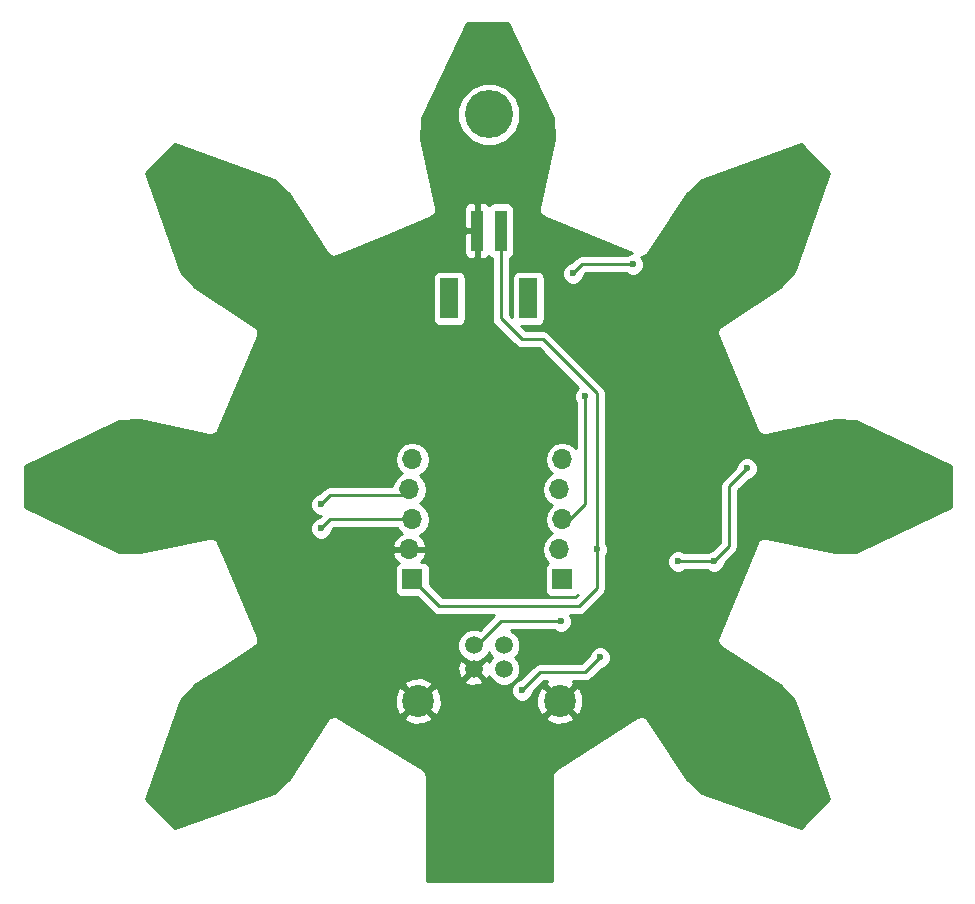
<source format=gbl>
G04 #@! TF.FileFunction,Copper,L2,Bot,Signal*
%FSLAX46Y46*%
G04 Gerber Fmt 4.6, Leading zero omitted, Abs format (unit mm)*
G04 Created by KiCad (PCBNEW 4.0.5) date Sunday, March 19, 2017 'PMt' 07:52:30 PM*
%MOMM*%
%LPD*%
G01*
G04 APERTURE LIST*
%ADD10C,0.100000*%
%ADD11R,1.700000X1.700000*%
%ADD12O,1.700000X1.700000*%
%ADD13R,1.000000X3.500000*%
%ADD14R,1.500000X3.400000*%
%ADD15C,1.520000*%
%ADD16C,2.700000*%
%ADD17C,4.064000*%
%ADD18C,0.600000*%
%ADD19C,0.250000*%
%ADD20C,0.254000*%
G04 APERTURE END LIST*
D10*
D11*
X125857000Y-128016000D03*
D12*
X125603000Y-125476000D03*
X125857000Y-122936000D03*
X125603000Y-120396000D03*
X125857000Y-117856000D03*
D11*
X138557000Y-128016000D03*
D12*
X138303000Y-125476000D03*
X138557000Y-122936000D03*
X138303000Y-120396000D03*
X138557000Y-117856000D03*
D13*
X133334000Y-98471000D03*
X131334000Y-98471000D03*
D14*
X135684000Y-104221000D03*
X128984000Y-104221000D03*
D15*
X133604000Y-133604000D03*
X131064000Y-133604000D03*
X131064000Y-135604000D03*
X133604000Y-135604000D03*
D16*
X138334000Y-138304000D03*
X126334000Y-138304000D03*
D17*
X132334000Y-88646000D03*
D18*
X151130000Y-123698000D03*
X137668000Y-100838000D03*
X132588000Y-109728000D03*
X122174000Y-103124000D03*
X113792000Y-115824000D03*
X116332000Y-130302000D03*
X127254000Y-143764000D03*
X136144000Y-142240000D03*
X143256000Y-136144000D03*
X148082000Y-109474000D03*
X144272000Y-115824000D03*
X154178000Y-118618000D03*
X151384000Y-126492000D03*
X148336000Y-126492000D03*
X144526000Y-101346000D03*
X139446000Y-102108000D03*
X138430000Y-131572000D03*
X141478000Y-125476000D03*
X140462000Y-112522000D03*
X118110000Y-123698000D03*
X118110000Y-121666000D03*
X135128000Y-137414000D03*
X141732000Y-134620000D03*
D19*
X152654000Y-125222000D02*
X151384000Y-126492000D01*
X152654000Y-120142000D02*
X152654000Y-125222000D01*
X154178000Y-118618000D02*
X152654000Y-120142000D01*
X151384000Y-126492000D02*
X148336000Y-126492000D01*
X144526000Y-101346000D02*
X140208000Y-101346000D01*
X140208000Y-101346000D02*
X139446000Y-102108000D01*
X133350000Y-131572000D02*
X138430000Y-131572000D01*
X133350000Y-131572000D02*
X131318000Y-133604000D01*
X131064000Y-133604000D02*
X131318000Y-133604000D01*
X141478000Y-125476000D02*
X141478000Y-128778000D01*
X128143000Y-130302000D02*
X125857000Y-128016000D01*
X139954000Y-130302000D02*
X128143000Y-130302000D01*
X141478000Y-128778000D02*
X139954000Y-130302000D01*
X133334000Y-98471000D02*
X133334000Y-105902000D01*
X141478000Y-112268000D02*
X141478000Y-125476000D01*
X136906000Y-107696000D02*
X141478000Y-112268000D01*
X135128000Y-107696000D02*
X136906000Y-107696000D01*
X133334000Y-105902000D02*
X135128000Y-107696000D01*
X138557000Y-122936000D02*
X139192000Y-122936000D01*
X139192000Y-122936000D02*
X140462000Y-121666000D01*
X140462000Y-121666000D02*
X140462000Y-112522000D01*
X118872000Y-122936000D02*
X125857000Y-122936000D01*
X118110000Y-123698000D02*
X118872000Y-122936000D01*
X118872000Y-120904000D02*
X125095000Y-120904000D01*
X118110000Y-121666000D02*
X118872000Y-120904000D01*
X125095000Y-120904000D02*
X125603000Y-120396000D01*
X136652000Y-135890000D02*
X135128000Y-137414000D01*
X140462000Y-135890000D02*
X136652000Y-135890000D01*
X141732000Y-134620000D02*
X140462000Y-135890000D01*
D20*
G36*
X137782306Y-88949472D02*
X137837476Y-90702919D01*
X136584057Y-96547616D01*
X136582976Y-96620133D01*
X136568830Y-96691251D01*
X136581004Y-96752455D01*
X136580074Y-96814860D01*
X136606825Y-96882267D01*
X136620972Y-96953389D01*
X136655643Y-97005278D01*
X136678664Y-97063286D01*
X136729173Y-97115323D01*
X136769461Y-97175619D01*
X136821351Y-97210291D01*
X136864817Y-97255072D01*
X136931395Y-97283820D01*
X136991691Y-97324108D01*
X144443932Y-100410928D01*
X144340833Y-100410838D01*
X143997057Y-100552883D01*
X143963882Y-100586000D01*
X140208000Y-100586000D01*
X139917161Y-100643852D01*
X139670599Y-100808599D01*
X139306320Y-101172878D01*
X139260833Y-101172838D01*
X138917057Y-101314883D01*
X138653808Y-101577673D01*
X138511162Y-101921201D01*
X138510838Y-102293167D01*
X138652883Y-102636943D01*
X138915673Y-102900192D01*
X139259201Y-103042838D01*
X139631167Y-103043162D01*
X139974943Y-102901117D01*
X140238192Y-102638327D01*
X140380838Y-102294799D01*
X140380879Y-102247923D01*
X140522802Y-102106000D01*
X143963537Y-102106000D01*
X143995673Y-102138192D01*
X144339201Y-102280838D01*
X144711167Y-102281162D01*
X145054943Y-102139117D01*
X145318192Y-101876327D01*
X145460838Y-101532799D01*
X145461162Y-101160833D01*
X145319117Y-100817057D01*
X145176225Y-100673915D01*
X145183034Y-100673814D01*
X145244244Y-100685989D01*
X145315370Y-100671841D01*
X145387879Y-100670760D01*
X145445173Y-100646021D01*
X145506382Y-100633846D01*
X145566679Y-100593557D01*
X145633256Y-100564810D01*
X145676722Y-100520029D01*
X145728612Y-100485357D01*
X145768901Y-100425060D01*
X145819409Y-100373024D01*
X149065936Y-95353897D01*
X150344819Y-94153036D01*
X158723093Y-91184133D01*
X161167489Y-93628529D01*
X158198585Y-102006801D01*
X156997723Y-103285685D01*
X151978596Y-106532212D01*
X151926559Y-106582721D01*
X151866263Y-106623009D01*
X151831591Y-106674899D01*
X151786810Y-106718365D01*
X151758063Y-106784942D01*
X151717774Y-106845239D01*
X151705599Y-106906447D01*
X151680860Y-106963742D01*
X151679779Y-107036255D01*
X151665632Y-107107377D01*
X151677806Y-107168582D01*
X151676876Y-107230986D01*
X151703627Y-107298393D01*
X151717774Y-107369515D01*
X155027512Y-115359930D01*
X155067803Y-115420229D01*
X155096549Y-115486804D01*
X155141330Y-115530269D01*
X155176002Y-115582160D01*
X155236298Y-115622448D01*
X155288335Y-115672957D01*
X155346343Y-115695978D01*
X155398232Y-115730649D01*
X155469354Y-115744796D01*
X155536761Y-115771547D01*
X155599166Y-115770617D01*
X155660370Y-115782791D01*
X155731488Y-115768645D01*
X155804005Y-115767564D01*
X161648702Y-114514145D01*
X163402150Y-114569314D01*
X171425814Y-118394317D01*
X171425814Y-121851213D01*
X163402150Y-125676216D01*
X161648702Y-125731386D01*
X155804005Y-124477967D01*
X155731488Y-124476886D01*
X155660370Y-124462740D01*
X155599166Y-124474914D01*
X155536761Y-124473984D01*
X155469354Y-124500735D01*
X155398232Y-124514882D01*
X155346343Y-124549553D01*
X155288335Y-124572574D01*
X155236298Y-124623083D01*
X155176002Y-124663371D01*
X155141330Y-124715262D01*
X155096549Y-124758727D01*
X155067803Y-124825302D01*
X155027512Y-124885601D01*
X151717774Y-132876016D01*
X151703627Y-132947138D01*
X151676876Y-133014545D01*
X151677806Y-133076949D01*
X151665632Y-133138154D01*
X151679779Y-133209276D01*
X151680860Y-133281789D01*
X151705599Y-133339084D01*
X151717774Y-133400292D01*
X151758063Y-133460589D01*
X151786810Y-133527166D01*
X151831591Y-133570632D01*
X151866263Y-133622522D01*
X151926559Y-133662810D01*
X151978596Y-133713319D01*
X156997723Y-136959847D01*
X158198585Y-138238729D01*
X161167488Y-146617003D01*
X158723093Y-149061398D01*
X150344819Y-146092495D01*
X149065933Y-144891630D01*
X145819258Y-139872495D01*
X145727297Y-139777755D01*
X145635779Y-139682570D01*
X145634257Y-139681904D01*
X145633100Y-139680712D01*
X145511828Y-139628351D01*
X145390907Y-139575458D01*
X145389247Y-139575425D01*
X145387722Y-139574767D01*
X145255630Y-139572801D01*
X145123685Y-139570209D01*
X145122140Y-139570814D01*
X145120478Y-139570789D01*
X144997728Y-139619506D01*
X144874795Y-139667619D01*
X138005795Y-144064671D01*
X137952362Y-144116045D01*
X137890732Y-144157225D01*
X137856954Y-144207778D01*
X137813129Y-144249914D01*
X137783424Y-144317822D01*
X137742243Y-144379455D01*
X137730382Y-144439085D01*
X137706017Y-144494786D01*
X137704561Y-144568893D01*
X137690100Y-144641593D01*
X137690100Y-153543000D01*
X127060100Y-153543000D01*
X127060100Y-144641593D01*
X127044398Y-144562655D01*
X127041305Y-144482235D01*
X127018571Y-144432812D01*
X127007957Y-144379455D01*
X126963244Y-144312537D01*
X126929610Y-144239420D01*
X126889692Y-144202458D01*
X126859468Y-144157225D01*
X126792553Y-144112514D01*
X126733496Y-144057831D01*
X119651006Y-139709593D01*
X125108012Y-139709593D01*
X125249478Y-140012782D01*
X125985955Y-140297737D01*
X126775418Y-140279164D01*
X127418522Y-140012782D01*
X127559988Y-139709593D01*
X137108012Y-139709593D01*
X137249478Y-140012782D01*
X137985955Y-140297737D01*
X138775418Y-140279164D01*
X139418522Y-140012782D01*
X139559988Y-139709593D01*
X138334000Y-138483605D01*
X137108012Y-139709593D01*
X127559988Y-139709593D01*
X126334000Y-138483605D01*
X125108012Y-139709593D01*
X119651006Y-139709593D01*
X119571496Y-139660779D01*
X119453552Y-139617157D01*
X119336675Y-139570780D01*
X119328492Y-139570902D01*
X119320818Y-139568064D01*
X119195156Y-139572897D01*
X119069431Y-139574777D01*
X119061920Y-139578020D01*
X119053742Y-139578335D01*
X118939497Y-139630888D01*
X118824060Y-139680739D01*
X118818361Y-139686612D01*
X118810927Y-139690031D01*
X118725490Y-139782301D01*
X118637916Y-139872535D01*
X115391761Y-144891646D01*
X114112891Y-146092495D01*
X105734618Y-149061398D01*
X103290223Y-146617003D01*
X106259126Y-138238729D01*
X106524648Y-137955955D01*
X124340263Y-137955955D01*
X124358836Y-138745418D01*
X124625218Y-139388522D01*
X124928407Y-139529988D01*
X126154395Y-138304000D01*
X126513605Y-138304000D01*
X127739593Y-139529988D01*
X128042782Y-139388522D01*
X128327737Y-138652045D01*
X128309164Y-137862582D01*
X128200055Y-137599167D01*
X134192838Y-137599167D01*
X134334883Y-137942943D01*
X134597673Y-138206192D01*
X134941201Y-138348838D01*
X135313167Y-138349162D01*
X135656943Y-138207117D01*
X135908543Y-137955955D01*
X136340263Y-137955955D01*
X136358836Y-138745418D01*
X136625218Y-139388522D01*
X136928407Y-139529988D01*
X138154395Y-138304000D01*
X138513605Y-138304000D01*
X139739593Y-139529988D01*
X140042782Y-139388522D01*
X140327737Y-138652045D01*
X140309164Y-137862582D01*
X140042782Y-137219478D01*
X139739593Y-137078012D01*
X138513605Y-138304000D01*
X138154395Y-138304000D01*
X136928407Y-137078012D01*
X136625218Y-137219478D01*
X136340263Y-137955955D01*
X135908543Y-137955955D01*
X135920192Y-137944327D01*
X136062838Y-137600799D01*
X136062879Y-137553923D01*
X136966802Y-136650000D01*
X137223917Y-136650000D01*
X137108012Y-136898407D01*
X138334000Y-138124395D01*
X139559988Y-136898407D01*
X139444083Y-136650000D01*
X140462000Y-136650000D01*
X140752839Y-136592148D01*
X140999401Y-136427401D01*
X141871680Y-135555122D01*
X141917167Y-135555162D01*
X142260943Y-135413117D01*
X142524192Y-135150327D01*
X142666838Y-134806799D01*
X142667162Y-134434833D01*
X142525117Y-134091057D01*
X142262327Y-133827808D01*
X141918799Y-133685162D01*
X141546833Y-133684838D01*
X141203057Y-133826883D01*
X140939808Y-134089673D01*
X140797162Y-134433201D01*
X140797121Y-134480077D01*
X140147198Y-135130000D01*
X136652000Y-135130000D01*
X136409414Y-135178254D01*
X136361160Y-135187852D01*
X136114599Y-135352599D01*
X134988320Y-136478878D01*
X134942833Y-136478838D01*
X134599057Y-136620883D01*
X134335808Y-136883673D01*
X134193162Y-137227201D01*
X134192838Y-137599167D01*
X128200055Y-137599167D01*
X128042782Y-137219478D01*
X127739593Y-137078012D01*
X126513605Y-138304000D01*
X126154395Y-138304000D01*
X124928407Y-137078012D01*
X124625218Y-137219478D01*
X124340263Y-137955955D01*
X106524648Y-137955955D01*
X107459987Y-136959846D01*
X107554971Y-136898407D01*
X125108012Y-136898407D01*
X126334000Y-138124395D01*
X127559988Y-136898407D01*
X127418522Y-136595218D01*
X127386335Y-136582764D01*
X130264841Y-136582764D01*
X130334059Y-136824742D01*
X130856780Y-137011155D01*
X131411049Y-136983341D01*
X131793941Y-136824742D01*
X131863159Y-136582764D01*
X131064000Y-135783605D01*
X130264841Y-136582764D01*
X127386335Y-136582764D01*
X126682045Y-136310263D01*
X125892582Y-136328836D01*
X125249478Y-136595218D01*
X125108012Y-136898407D01*
X107554971Y-136898407D01*
X109876485Y-135396780D01*
X129656845Y-135396780D01*
X129684659Y-135951049D01*
X129843258Y-136333941D01*
X130085236Y-136403159D01*
X130884395Y-135604000D01*
X130085236Y-134804841D01*
X129843258Y-134874059D01*
X129656845Y-135396780D01*
X109876485Y-135396780D01*
X112479115Y-133713319D01*
X112531152Y-133662810D01*
X112591448Y-133622522D01*
X112626120Y-133570632D01*
X112670901Y-133527166D01*
X112699648Y-133460589D01*
X112739937Y-133400292D01*
X112752112Y-133339084D01*
X112776851Y-133281789D01*
X112777932Y-133209276D01*
X112792079Y-133138154D01*
X112779905Y-133076949D01*
X112780835Y-133014545D01*
X112754084Y-132947138D01*
X112739937Y-132876016D01*
X109822579Y-125832890D01*
X124161524Y-125832890D01*
X124331355Y-126242924D01*
X124677900Y-126623186D01*
X124555559Y-126701910D01*
X124410569Y-126914110D01*
X124359560Y-127166000D01*
X124359560Y-128866000D01*
X124403838Y-129101317D01*
X124542910Y-129317441D01*
X124755110Y-129462431D01*
X125007000Y-129513440D01*
X126279638Y-129513440D01*
X127605599Y-130839401D01*
X127852160Y-131004148D01*
X128143000Y-131062000D01*
X132785198Y-131062000D01*
X131551327Y-132295871D01*
X131342700Y-132209242D01*
X130787735Y-132208758D01*
X130274828Y-132420687D01*
X129882066Y-132812764D01*
X129669242Y-133325300D01*
X129668758Y-133880265D01*
X129880687Y-134393172D01*
X130272764Y-134785934D01*
X130534024Y-134894419D01*
X131064000Y-135424395D01*
X131593990Y-134894405D01*
X131853172Y-134787313D01*
X132245934Y-134395236D01*
X132333954Y-134183262D01*
X132420687Y-134393172D01*
X132631171Y-134604024D01*
X132422066Y-134812764D01*
X132340609Y-135008934D01*
X132284742Y-134874059D01*
X132042764Y-134804841D01*
X131243605Y-135604000D01*
X132042764Y-136403159D01*
X132284742Y-136333941D01*
X132336382Y-136189138D01*
X132420687Y-136393172D01*
X132812764Y-136785934D01*
X133325300Y-136998758D01*
X133880265Y-136999242D01*
X134393172Y-136787313D01*
X134785934Y-136395236D01*
X134998758Y-135882700D01*
X134999242Y-135327735D01*
X134787313Y-134814828D01*
X134576829Y-134603976D01*
X134785934Y-134395236D01*
X134998758Y-133882700D01*
X134999242Y-133327735D01*
X134787313Y-132814828D01*
X134395236Y-132422066D01*
X134178333Y-132332000D01*
X137867537Y-132332000D01*
X137899673Y-132364192D01*
X138243201Y-132506838D01*
X138615167Y-132507162D01*
X138958943Y-132365117D01*
X139222192Y-132102327D01*
X139364838Y-131758799D01*
X139365162Y-131386833D01*
X139230944Y-131062000D01*
X139954000Y-131062000D01*
X140244839Y-131004148D01*
X140491401Y-130839401D01*
X142015401Y-129315401D01*
X142180148Y-129068840D01*
X142189746Y-129020586D01*
X142238000Y-128778000D01*
X142238000Y-126677167D01*
X147400838Y-126677167D01*
X147542883Y-127020943D01*
X147805673Y-127284192D01*
X148149201Y-127426838D01*
X148521167Y-127427162D01*
X148864943Y-127285117D01*
X148898118Y-127252000D01*
X150821537Y-127252000D01*
X150853673Y-127284192D01*
X151197201Y-127426838D01*
X151569167Y-127427162D01*
X151912943Y-127285117D01*
X152176192Y-127022327D01*
X152318838Y-126678799D01*
X152318879Y-126631923D01*
X153191401Y-125759401D01*
X153356148Y-125512840D01*
X153414000Y-125222000D01*
X153414000Y-120456802D01*
X154317680Y-119553122D01*
X154363167Y-119553162D01*
X154706943Y-119411117D01*
X154970192Y-119148327D01*
X155112838Y-118804799D01*
X155113162Y-118432833D01*
X154971117Y-118089057D01*
X154708327Y-117825808D01*
X154364799Y-117683162D01*
X153992833Y-117682838D01*
X153649057Y-117824883D01*
X153385808Y-118087673D01*
X153243162Y-118431201D01*
X153243121Y-118478077D01*
X152116599Y-119604599D01*
X151951852Y-119851161D01*
X151894000Y-120142000D01*
X151894000Y-124907198D01*
X151244320Y-125556878D01*
X151198833Y-125556838D01*
X150855057Y-125698883D01*
X150821882Y-125732000D01*
X148898463Y-125732000D01*
X148866327Y-125699808D01*
X148522799Y-125557162D01*
X148150833Y-125556838D01*
X147807057Y-125698883D01*
X147543808Y-125961673D01*
X147401162Y-126305201D01*
X147400838Y-126677167D01*
X142238000Y-126677167D01*
X142238000Y-126038463D01*
X142270192Y-126006327D01*
X142412838Y-125662799D01*
X142413162Y-125290833D01*
X142271117Y-124947057D01*
X142238000Y-124913882D01*
X142238000Y-112268000D01*
X142180148Y-111977161D01*
X142180148Y-111977160D01*
X142015401Y-111730599D01*
X137443401Y-107158599D01*
X137196839Y-106993852D01*
X136906000Y-106936000D01*
X135442802Y-106936000D01*
X135075242Y-106568440D01*
X136434000Y-106568440D01*
X136669317Y-106524162D01*
X136885441Y-106385090D01*
X137030431Y-106172890D01*
X137081440Y-105921000D01*
X137081440Y-102521000D01*
X137037162Y-102285683D01*
X136898090Y-102069559D01*
X136685890Y-101924569D01*
X136434000Y-101873560D01*
X134934000Y-101873560D01*
X134698683Y-101917838D01*
X134482559Y-102056910D01*
X134337569Y-102269110D01*
X134286560Y-102521000D01*
X134286560Y-105779758D01*
X134094000Y-105587198D01*
X134094000Y-100808279D01*
X134285441Y-100685090D01*
X134430431Y-100472890D01*
X134481440Y-100221000D01*
X134481440Y-96721000D01*
X134437162Y-96485683D01*
X134298090Y-96269559D01*
X134085890Y-96124569D01*
X133834000Y-96073560D01*
X132834000Y-96073560D01*
X132598683Y-96117838D01*
X132382559Y-96256910D01*
X132336031Y-96325006D01*
X132193698Y-96182673D01*
X131960309Y-96086000D01*
X131619750Y-96086000D01*
X131461000Y-96244750D01*
X131461000Y-98344000D01*
X131481000Y-98344000D01*
X131481000Y-98598000D01*
X131461000Y-98598000D01*
X131461000Y-100697250D01*
X131619750Y-100856000D01*
X131960309Y-100856000D01*
X132193698Y-100759327D01*
X132334936Y-100618090D01*
X132369910Y-100672441D01*
X132574000Y-100811890D01*
X132574000Y-105902000D01*
X132631852Y-106192839D01*
X132796599Y-106439401D01*
X134590599Y-108233401D01*
X134837161Y-108398148D01*
X135128000Y-108456000D01*
X136591198Y-108456000D01*
X139898539Y-111763341D01*
X139669808Y-111991673D01*
X139527162Y-112335201D01*
X139526838Y-112707167D01*
X139668883Y-113050943D01*
X139702000Y-113084118D01*
X139702000Y-116904502D01*
X139636147Y-116805946D01*
X139154378Y-116484039D01*
X138586093Y-116371000D01*
X138527907Y-116371000D01*
X137959622Y-116484039D01*
X137477853Y-116805946D01*
X137155946Y-117287715D01*
X137042907Y-117856000D01*
X137155946Y-118424285D01*
X137477853Y-118906054D01*
X137680026Y-119041142D01*
X137223853Y-119345946D01*
X136901946Y-119827715D01*
X136788907Y-120396000D01*
X136901946Y-120964285D01*
X137223853Y-121446054D01*
X137680026Y-121750858D01*
X137477853Y-121885946D01*
X137155946Y-122367715D01*
X137042907Y-122936000D01*
X137155946Y-123504285D01*
X137477853Y-123986054D01*
X137680026Y-124121142D01*
X137223853Y-124425946D01*
X136901946Y-124907715D01*
X136788907Y-125476000D01*
X136901946Y-126044285D01*
X137223853Y-126526054D01*
X137373479Y-126626031D01*
X137255559Y-126701910D01*
X137110569Y-126914110D01*
X137059560Y-127166000D01*
X137059560Y-128866000D01*
X137103838Y-129101317D01*
X137242910Y-129317441D01*
X137455110Y-129462431D01*
X137707000Y-129513440D01*
X139407000Y-129513440D01*
X139642317Y-129469162D01*
X139837873Y-129343325D01*
X139639198Y-129542000D01*
X128457802Y-129542000D01*
X127354440Y-128438638D01*
X127354440Y-127166000D01*
X127310162Y-126930683D01*
X127171090Y-126714559D01*
X126958890Y-126569569D01*
X126707000Y-126518560D01*
X126623449Y-126518560D01*
X126874645Y-126242924D01*
X127044476Y-125832890D01*
X126923155Y-125603000D01*
X125730000Y-125603000D01*
X125730000Y-125623000D01*
X125476000Y-125623000D01*
X125476000Y-125603000D01*
X124282845Y-125603000D01*
X124161524Y-125832890D01*
X109822579Y-125832890D01*
X109430198Y-124885601D01*
X109389910Y-124825305D01*
X109361162Y-124758727D01*
X109316381Y-124715261D01*
X109281709Y-124663371D01*
X109221413Y-124623083D01*
X109169376Y-124572574D01*
X109111368Y-124549553D01*
X109059479Y-124514882D01*
X108988357Y-124500735D01*
X108920950Y-124473984D01*
X108858545Y-124474914D01*
X108797341Y-124462740D01*
X108726223Y-124476886D01*
X108653706Y-124477967D01*
X102809005Y-125731386D01*
X101055562Y-125676216D01*
X93031896Y-121851213D01*
X93031896Y-121851167D01*
X117174838Y-121851167D01*
X117316883Y-122194943D01*
X117579673Y-122458192D01*
X117923201Y-122600838D01*
X118132178Y-122601020D01*
X117970320Y-122762878D01*
X117924833Y-122762838D01*
X117581057Y-122904883D01*
X117317808Y-123167673D01*
X117175162Y-123511201D01*
X117174838Y-123883167D01*
X117316883Y-124226943D01*
X117579673Y-124490192D01*
X117923201Y-124632838D01*
X118295167Y-124633162D01*
X118638943Y-124491117D01*
X118902192Y-124228327D01*
X119044838Y-123884799D01*
X119044879Y-123837923D01*
X119186802Y-123696000D01*
X124584046Y-123696000D01*
X124777853Y-123986054D01*
X125013715Y-124143652D01*
X124721642Y-124280817D01*
X124331355Y-124709076D01*
X124161524Y-125119110D01*
X124282845Y-125349000D01*
X125476000Y-125349000D01*
X125476000Y-125329000D01*
X125730000Y-125329000D01*
X125730000Y-125349000D01*
X126923155Y-125349000D01*
X127044476Y-125119110D01*
X126874645Y-124709076D01*
X126488386Y-124285237D01*
X126936147Y-123986054D01*
X127258054Y-123504285D01*
X127371093Y-122936000D01*
X127258054Y-122367715D01*
X126936147Y-121885946D01*
X126479974Y-121581142D01*
X126682147Y-121446054D01*
X127004054Y-120964285D01*
X127117093Y-120396000D01*
X127004054Y-119827715D01*
X126682147Y-119345946D01*
X126479974Y-119210858D01*
X126936147Y-118906054D01*
X127258054Y-118424285D01*
X127371093Y-117856000D01*
X127258054Y-117287715D01*
X126936147Y-116805946D01*
X126454378Y-116484039D01*
X125886093Y-116371000D01*
X125827907Y-116371000D01*
X125259622Y-116484039D01*
X124777853Y-116805946D01*
X124455946Y-117287715D01*
X124342907Y-117856000D01*
X124455946Y-118424285D01*
X124777853Y-118906054D01*
X124980026Y-119041142D01*
X124523853Y-119345946D01*
X124201946Y-119827715D01*
X124139033Y-120144000D01*
X118872000Y-120144000D01*
X118581161Y-120201852D01*
X118334599Y-120366599D01*
X117970320Y-120730878D01*
X117924833Y-120730838D01*
X117581057Y-120872883D01*
X117317808Y-121135673D01*
X117175162Y-121479201D01*
X117174838Y-121851167D01*
X93031896Y-121851167D01*
X93031896Y-118394317D01*
X101055562Y-114569314D01*
X102809005Y-114514145D01*
X108653706Y-115767564D01*
X108726223Y-115768645D01*
X108797341Y-115782791D01*
X108858545Y-115770617D01*
X108920950Y-115771547D01*
X108988357Y-115744796D01*
X109059479Y-115730649D01*
X109111368Y-115695978D01*
X109169376Y-115672957D01*
X109221413Y-115622448D01*
X109281709Y-115582160D01*
X109316381Y-115530270D01*
X109361162Y-115486804D01*
X109389910Y-115420226D01*
X109430198Y-115359930D01*
X112739937Y-107369515D01*
X112754084Y-107298393D01*
X112780835Y-107230986D01*
X112779905Y-107168582D01*
X112792079Y-107107377D01*
X112777932Y-107036255D01*
X112776851Y-106963742D01*
X112752112Y-106906447D01*
X112739937Y-106845239D01*
X112699648Y-106784942D01*
X112670901Y-106718365D01*
X112626120Y-106674899D01*
X112591448Y-106623009D01*
X112531152Y-106582721D01*
X112479115Y-106532212D01*
X107459987Y-103285685D01*
X106741955Y-102521000D01*
X127586560Y-102521000D01*
X127586560Y-105921000D01*
X127630838Y-106156317D01*
X127769910Y-106372441D01*
X127982110Y-106517431D01*
X128234000Y-106568440D01*
X129734000Y-106568440D01*
X129969317Y-106524162D01*
X130185441Y-106385090D01*
X130330431Y-106172890D01*
X130381440Y-105921000D01*
X130381440Y-102521000D01*
X130337162Y-102285683D01*
X130198090Y-102069559D01*
X129985890Y-101924569D01*
X129734000Y-101873560D01*
X128234000Y-101873560D01*
X127998683Y-101917838D01*
X127782559Y-102056910D01*
X127637569Y-102269110D01*
X127586560Y-102521000D01*
X106741955Y-102521000D01*
X106259126Y-102006801D01*
X103290223Y-93628528D01*
X105734618Y-91184133D01*
X114112891Y-94153036D01*
X115391775Y-95353897D01*
X118638302Y-100373024D01*
X118688811Y-100425061D01*
X118729099Y-100485357D01*
X118780989Y-100520029D01*
X118824455Y-100564810D01*
X118891032Y-100593557D01*
X118951329Y-100633846D01*
X119012537Y-100646021D01*
X119069832Y-100670760D01*
X119142343Y-100671841D01*
X119213467Y-100685988D01*
X119274676Y-100673813D01*
X119337076Y-100674743D01*
X119404480Y-100647994D01*
X119475605Y-100633846D01*
X124007315Y-98756750D01*
X130199000Y-98756750D01*
X130199000Y-100347310D01*
X130295673Y-100580699D01*
X130474302Y-100759327D01*
X130707691Y-100856000D01*
X131048250Y-100856000D01*
X131207000Y-100697250D01*
X131207000Y-98598000D01*
X130357750Y-98598000D01*
X130199000Y-98756750D01*
X124007315Y-98756750D01*
X127466020Y-97324108D01*
X127526316Y-97283820D01*
X127592894Y-97255072D01*
X127636360Y-97210291D01*
X127688250Y-97175619D01*
X127728538Y-97115323D01*
X127779047Y-97063286D01*
X127802068Y-97005278D01*
X127836739Y-96953389D01*
X127850886Y-96882266D01*
X127877637Y-96814860D01*
X127876707Y-96752458D01*
X127888882Y-96691251D01*
X127874735Y-96620127D01*
X127874356Y-96594690D01*
X130199000Y-96594690D01*
X130199000Y-98185250D01*
X130357750Y-98344000D01*
X131207000Y-98344000D01*
X131207000Y-96244750D01*
X131048250Y-96086000D01*
X130707691Y-96086000D01*
X130474302Y-96182673D01*
X130295673Y-96361301D01*
X130199000Y-96594690D01*
X127874356Y-96594690D01*
X127873654Y-96547616D01*
X126620235Y-90702915D01*
X126668334Y-89174172D01*
X129666538Y-89174172D01*
X130071709Y-90154761D01*
X130821293Y-90905655D01*
X131801173Y-91312536D01*
X132862172Y-91313462D01*
X133842761Y-90908291D01*
X134593655Y-90158707D01*
X135000536Y-89178827D01*
X135001462Y-88117828D01*
X134596291Y-87137239D01*
X133846707Y-86386345D01*
X132866827Y-85979464D01*
X131805828Y-85978538D01*
X130825239Y-86383709D01*
X130074345Y-87133293D01*
X129667464Y-88113173D01*
X129666538Y-89174172D01*
X126668334Y-89174172D01*
X126675404Y-88949470D01*
X130500409Y-80925806D01*
X133957303Y-80925806D01*
X137782306Y-88949472D01*
X137782306Y-88949472D01*
G37*
X137782306Y-88949472D02*
X137837476Y-90702919D01*
X136584057Y-96547616D01*
X136582976Y-96620133D01*
X136568830Y-96691251D01*
X136581004Y-96752455D01*
X136580074Y-96814860D01*
X136606825Y-96882267D01*
X136620972Y-96953389D01*
X136655643Y-97005278D01*
X136678664Y-97063286D01*
X136729173Y-97115323D01*
X136769461Y-97175619D01*
X136821351Y-97210291D01*
X136864817Y-97255072D01*
X136931395Y-97283820D01*
X136991691Y-97324108D01*
X144443932Y-100410928D01*
X144340833Y-100410838D01*
X143997057Y-100552883D01*
X143963882Y-100586000D01*
X140208000Y-100586000D01*
X139917161Y-100643852D01*
X139670599Y-100808599D01*
X139306320Y-101172878D01*
X139260833Y-101172838D01*
X138917057Y-101314883D01*
X138653808Y-101577673D01*
X138511162Y-101921201D01*
X138510838Y-102293167D01*
X138652883Y-102636943D01*
X138915673Y-102900192D01*
X139259201Y-103042838D01*
X139631167Y-103043162D01*
X139974943Y-102901117D01*
X140238192Y-102638327D01*
X140380838Y-102294799D01*
X140380879Y-102247923D01*
X140522802Y-102106000D01*
X143963537Y-102106000D01*
X143995673Y-102138192D01*
X144339201Y-102280838D01*
X144711167Y-102281162D01*
X145054943Y-102139117D01*
X145318192Y-101876327D01*
X145460838Y-101532799D01*
X145461162Y-101160833D01*
X145319117Y-100817057D01*
X145176225Y-100673915D01*
X145183034Y-100673814D01*
X145244244Y-100685989D01*
X145315370Y-100671841D01*
X145387879Y-100670760D01*
X145445173Y-100646021D01*
X145506382Y-100633846D01*
X145566679Y-100593557D01*
X145633256Y-100564810D01*
X145676722Y-100520029D01*
X145728612Y-100485357D01*
X145768901Y-100425060D01*
X145819409Y-100373024D01*
X149065936Y-95353897D01*
X150344819Y-94153036D01*
X158723093Y-91184133D01*
X161167489Y-93628529D01*
X158198585Y-102006801D01*
X156997723Y-103285685D01*
X151978596Y-106532212D01*
X151926559Y-106582721D01*
X151866263Y-106623009D01*
X151831591Y-106674899D01*
X151786810Y-106718365D01*
X151758063Y-106784942D01*
X151717774Y-106845239D01*
X151705599Y-106906447D01*
X151680860Y-106963742D01*
X151679779Y-107036255D01*
X151665632Y-107107377D01*
X151677806Y-107168582D01*
X151676876Y-107230986D01*
X151703627Y-107298393D01*
X151717774Y-107369515D01*
X155027512Y-115359930D01*
X155067803Y-115420229D01*
X155096549Y-115486804D01*
X155141330Y-115530269D01*
X155176002Y-115582160D01*
X155236298Y-115622448D01*
X155288335Y-115672957D01*
X155346343Y-115695978D01*
X155398232Y-115730649D01*
X155469354Y-115744796D01*
X155536761Y-115771547D01*
X155599166Y-115770617D01*
X155660370Y-115782791D01*
X155731488Y-115768645D01*
X155804005Y-115767564D01*
X161648702Y-114514145D01*
X163402150Y-114569314D01*
X171425814Y-118394317D01*
X171425814Y-121851213D01*
X163402150Y-125676216D01*
X161648702Y-125731386D01*
X155804005Y-124477967D01*
X155731488Y-124476886D01*
X155660370Y-124462740D01*
X155599166Y-124474914D01*
X155536761Y-124473984D01*
X155469354Y-124500735D01*
X155398232Y-124514882D01*
X155346343Y-124549553D01*
X155288335Y-124572574D01*
X155236298Y-124623083D01*
X155176002Y-124663371D01*
X155141330Y-124715262D01*
X155096549Y-124758727D01*
X155067803Y-124825302D01*
X155027512Y-124885601D01*
X151717774Y-132876016D01*
X151703627Y-132947138D01*
X151676876Y-133014545D01*
X151677806Y-133076949D01*
X151665632Y-133138154D01*
X151679779Y-133209276D01*
X151680860Y-133281789D01*
X151705599Y-133339084D01*
X151717774Y-133400292D01*
X151758063Y-133460589D01*
X151786810Y-133527166D01*
X151831591Y-133570632D01*
X151866263Y-133622522D01*
X151926559Y-133662810D01*
X151978596Y-133713319D01*
X156997723Y-136959847D01*
X158198585Y-138238729D01*
X161167488Y-146617003D01*
X158723093Y-149061398D01*
X150344819Y-146092495D01*
X149065933Y-144891630D01*
X145819258Y-139872495D01*
X145727297Y-139777755D01*
X145635779Y-139682570D01*
X145634257Y-139681904D01*
X145633100Y-139680712D01*
X145511828Y-139628351D01*
X145390907Y-139575458D01*
X145389247Y-139575425D01*
X145387722Y-139574767D01*
X145255630Y-139572801D01*
X145123685Y-139570209D01*
X145122140Y-139570814D01*
X145120478Y-139570789D01*
X144997728Y-139619506D01*
X144874795Y-139667619D01*
X138005795Y-144064671D01*
X137952362Y-144116045D01*
X137890732Y-144157225D01*
X137856954Y-144207778D01*
X137813129Y-144249914D01*
X137783424Y-144317822D01*
X137742243Y-144379455D01*
X137730382Y-144439085D01*
X137706017Y-144494786D01*
X137704561Y-144568893D01*
X137690100Y-144641593D01*
X137690100Y-153543000D01*
X127060100Y-153543000D01*
X127060100Y-144641593D01*
X127044398Y-144562655D01*
X127041305Y-144482235D01*
X127018571Y-144432812D01*
X127007957Y-144379455D01*
X126963244Y-144312537D01*
X126929610Y-144239420D01*
X126889692Y-144202458D01*
X126859468Y-144157225D01*
X126792553Y-144112514D01*
X126733496Y-144057831D01*
X119651006Y-139709593D01*
X125108012Y-139709593D01*
X125249478Y-140012782D01*
X125985955Y-140297737D01*
X126775418Y-140279164D01*
X127418522Y-140012782D01*
X127559988Y-139709593D01*
X137108012Y-139709593D01*
X137249478Y-140012782D01*
X137985955Y-140297737D01*
X138775418Y-140279164D01*
X139418522Y-140012782D01*
X139559988Y-139709593D01*
X138334000Y-138483605D01*
X137108012Y-139709593D01*
X127559988Y-139709593D01*
X126334000Y-138483605D01*
X125108012Y-139709593D01*
X119651006Y-139709593D01*
X119571496Y-139660779D01*
X119453552Y-139617157D01*
X119336675Y-139570780D01*
X119328492Y-139570902D01*
X119320818Y-139568064D01*
X119195156Y-139572897D01*
X119069431Y-139574777D01*
X119061920Y-139578020D01*
X119053742Y-139578335D01*
X118939497Y-139630888D01*
X118824060Y-139680739D01*
X118818361Y-139686612D01*
X118810927Y-139690031D01*
X118725490Y-139782301D01*
X118637916Y-139872535D01*
X115391761Y-144891646D01*
X114112891Y-146092495D01*
X105734618Y-149061398D01*
X103290223Y-146617003D01*
X106259126Y-138238729D01*
X106524648Y-137955955D01*
X124340263Y-137955955D01*
X124358836Y-138745418D01*
X124625218Y-139388522D01*
X124928407Y-139529988D01*
X126154395Y-138304000D01*
X126513605Y-138304000D01*
X127739593Y-139529988D01*
X128042782Y-139388522D01*
X128327737Y-138652045D01*
X128309164Y-137862582D01*
X128200055Y-137599167D01*
X134192838Y-137599167D01*
X134334883Y-137942943D01*
X134597673Y-138206192D01*
X134941201Y-138348838D01*
X135313167Y-138349162D01*
X135656943Y-138207117D01*
X135908543Y-137955955D01*
X136340263Y-137955955D01*
X136358836Y-138745418D01*
X136625218Y-139388522D01*
X136928407Y-139529988D01*
X138154395Y-138304000D01*
X138513605Y-138304000D01*
X139739593Y-139529988D01*
X140042782Y-139388522D01*
X140327737Y-138652045D01*
X140309164Y-137862582D01*
X140042782Y-137219478D01*
X139739593Y-137078012D01*
X138513605Y-138304000D01*
X138154395Y-138304000D01*
X136928407Y-137078012D01*
X136625218Y-137219478D01*
X136340263Y-137955955D01*
X135908543Y-137955955D01*
X135920192Y-137944327D01*
X136062838Y-137600799D01*
X136062879Y-137553923D01*
X136966802Y-136650000D01*
X137223917Y-136650000D01*
X137108012Y-136898407D01*
X138334000Y-138124395D01*
X139559988Y-136898407D01*
X139444083Y-136650000D01*
X140462000Y-136650000D01*
X140752839Y-136592148D01*
X140999401Y-136427401D01*
X141871680Y-135555122D01*
X141917167Y-135555162D01*
X142260943Y-135413117D01*
X142524192Y-135150327D01*
X142666838Y-134806799D01*
X142667162Y-134434833D01*
X142525117Y-134091057D01*
X142262327Y-133827808D01*
X141918799Y-133685162D01*
X141546833Y-133684838D01*
X141203057Y-133826883D01*
X140939808Y-134089673D01*
X140797162Y-134433201D01*
X140797121Y-134480077D01*
X140147198Y-135130000D01*
X136652000Y-135130000D01*
X136409414Y-135178254D01*
X136361160Y-135187852D01*
X136114599Y-135352599D01*
X134988320Y-136478878D01*
X134942833Y-136478838D01*
X134599057Y-136620883D01*
X134335808Y-136883673D01*
X134193162Y-137227201D01*
X134192838Y-137599167D01*
X128200055Y-137599167D01*
X128042782Y-137219478D01*
X127739593Y-137078012D01*
X126513605Y-138304000D01*
X126154395Y-138304000D01*
X124928407Y-137078012D01*
X124625218Y-137219478D01*
X124340263Y-137955955D01*
X106524648Y-137955955D01*
X107459987Y-136959846D01*
X107554971Y-136898407D01*
X125108012Y-136898407D01*
X126334000Y-138124395D01*
X127559988Y-136898407D01*
X127418522Y-136595218D01*
X127386335Y-136582764D01*
X130264841Y-136582764D01*
X130334059Y-136824742D01*
X130856780Y-137011155D01*
X131411049Y-136983341D01*
X131793941Y-136824742D01*
X131863159Y-136582764D01*
X131064000Y-135783605D01*
X130264841Y-136582764D01*
X127386335Y-136582764D01*
X126682045Y-136310263D01*
X125892582Y-136328836D01*
X125249478Y-136595218D01*
X125108012Y-136898407D01*
X107554971Y-136898407D01*
X109876485Y-135396780D01*
X129656845Y-135396780D01*
X129684659Y-135951049D01*
X129843258Y-136333941D01*
X130085236Y-136403159D01*
X130884395Y-135604000D01*
X130085236Y-134804841D01*
X129843258Y-134874059D01*
X129656845Y-135396780D01*
X109876485Y-135396780D01*
X112479115Y-133713319D01*
X112531152Y-133662810D01*
X112591448Y-133622522D01*
X112626120Y-133570632D01*
X112670901Y-133527166D01*
X112699648Y-133460589D01*
X112739937Y-133400292D01*
X112752112Y-133339084D01*
X112776851Y-133281789D01*
X112777932Y-133209276D01*
X112792079Y-133138154D01*
X112779905Y-133076949D01*
X112780835Y-133014545D01*
X112754084Y-132947138D01*
X112739937Y-132876016D01*
X109822579Y-125832890D01*
X124161524Y-125832890D01*
X124331355Y-126242924D01*
X124677900Y-126623186D01*
X124555559Y-126701910D01*
X124410569Y-126914110D01*
X124359560Y-127166000D01*
X124359560Y-128866000D01*
X124403838Y-129101317D01*
X124542910Y-129317441D01*
X124755110Y-129462431D01*
X125007000Y-129513440D01*
X126279638Y-129513440D01*
X127605599Y-130839401D01*
X127852160Y-131004148D01*
X128143000Y-131062000D01*
X132785198Y-131062000D01*
X131551327Y-132295871D01*
X131342700Y-132209242D01*
X130787735Y-132208758D01*
X130274828Y-132420687D01*
X129882066Y-132812764D01*
X129669242Y-133325300D01*
X129668758Y-133880265D01*
X129880687Y-134393172D01*
X130272764Y-134785934D01*
X130534024Y-134894419D01*
X131064000Y-135424395D01*
X131593990Y-134894405D01*
X131853172Y-134787313D01*
X132245934Y-134395236D01*
X132333954Y-134183262D01*
X132420687Y-134393172D01*
X132631171Y-134604024D01*
X132422066Y-134812764D01*
X132340609Y-135008934D01*
X132284742Y-134874059D01*
X132042764Y-134804841D01*
X131243605Y-135604000D01*
X132042764Y-136403159D01*
X132284742Y-136333941D01*
X132336382Y-136189138D01*
X132420687Y-136393172D01*
X132812764Y-136785934D01*
X133325300Y-136998758D01*
X133880265Y-136999242D01*
X134393172Y-136787313D01*
X134785934Y-136395236D01*
X134998758Y-135882700D01*
X134999242Y-135327735D01*
X134787313Y-134814828D01*
X134576829Y-134603976D01*
X134785934Y-134395236D01*
X134998758Y-133882700D01*
X134999242Y-133327735D01*
X134787313Y-132814828D01*
X134395236Y-132422066D01*
X134178333Y-132332000D01*
X137867537Y-132332000D01*
X137899673Y-132364192D01*
X138243201Y-132506838D01*
X138615167Y-132507162D01*
X138958943Y-132365117D01*
X139222192Y-132102327D01*
X139364838Y-131758799D01*
X139365162Y-131386833D01*
X139230944Y-131062000D01*
X139954000Y-131062000D01*
X140244839Y-131004148D01*
X140491401Y-130839401D01*
X142015401Y-129315401D01*
X142180148Y-129068840D01*
X142189746Y-129020586D01*
X142238000Y-128778000D01*
X142238000Y-126677167D01*
X147400838Y-126677167D01*
X147542883Y-127020943D01*
X147805673Y-127284192D01*
X148149201Y-127426838D01*
X148521167Y-127427162D01*
X148864943Y-127285117D01*
X148898118Y-127252000D01*
X150821537Y-127252000D01*
X150853673Y-127284192D01*
X151197201Y-127426838D01*
X151569167Y-127427162D01*
X151912943Y-127285117D01*
X152176192Y-127022327D01*
X152318838Y-126678799D01*
X152318879Y-126631923D01*
X153191401Y-125759401D01*
X153356148Y-125512840D01*
X153414000Y-125222000D01*
X153414000Y-120456802D01*
X154317680Y-119553122D01*
X154363167Y-119553162D01*
X154706943Y-119411117D01*
X154970192Y-119148327D01*
X155112838Y-118804799D01*
X155113162Y-118432833D01*
X154971117Y-118089057D01*
X154708327Y-117825808D01*
X154364799Y-117683162D01*
X153992833Y-117682838D01*
X153649057Y-117824883D01*
X153385808Y-118087673D01*
X153243162Y-118431201D01*
X153243121Y-118478077D01*
X152116599Y-119604599D01*
X151951852Y-119851161D01*
X151894000Y-120142000D01*
X151894000Y-124907198D01*
X151244320Y-125556878D01*
X151198833Y-125556838D01*
X150855057Y-125698883D01*
X150821882Y-125732000D01*
X148898463Y-125732000D01*
X148866327Y-125699808D01*
X148522799Y-125557162D01*
X148150833Y-125556838D01*
X147807057Y-125698883D01*
X147543808Y-125961673D01*
X147401162Y-126305201D01*
X147400838Y-126677167D01*
X142238000Y-126677167D01*
X142238000Y-126038463D01*
X142270192Y-126006327D01*
X142412838Y-125662799D01*
X142413162Y-125290833D01*
X142271117Y-124947057D01*
X142238000Y-124913882D01*
X142238000Y-112268000D01*
X142180148Y-111977161D01*
X142180148Y-111977160D01*
X142015401Y-111730599D01*
X137443401Y-107158599D01*
X137196839Y-106993852D01*
X136906000Y-106936000D01*
X135442802Y-106936000D01*
X135075242Y-106568440D01*
X136434000Y-106568440D01*
X136669317Y-106524162D01*
X136885441Y-106385090D01*
X137030431Y-106172890D01*
X137081440Y-105921000D01*
X137081440Y-102521000D01*
X137037162Y-102285683D01*
X136898090Y-102069559D01*
X136685890Y-101924569D01*
X136434000Y-101873560D01*
X134934000Y-101873560D01*
X134698683Y-101917838D01*
X134482559Y-102056910D01*
X134337569Y-102269110D01*
X134286560Y-102521000D01*
X134286560Y-105779758D01*
X134094000Y-105587198D01*
X134094000Y-100808279D01*
X134285441Y-100685090D01*
X134430431Y-100472890D01*
X134481440Y-100221000D01*
X134481440Y-96721000D01*
X134437162Y-96485683D01*
X134298090Y-96269559D01*
X134085890Y-96124569D01*
X133834000Y-96073560D01*
X132834000Y-96073560D01*
X132598683Y-96117838D01*
X132382559Y-96256910D01*
X132336031Y-96325006D01*
X132193698Y-96182673D01*
X131960309Y-96086000D01*
X131619750Y-96086000D01*
X131461000Y-96244750D01*
X131461000Y-98344000D01*
X131481000Y-98344000D01*
X131481000Y-98598000D01*
X131461000Y-98598000D01*
X131461000Y-100697250D01*
X131619750Y-100856000D01*
X131960309Y-100856000D01*
X132193698Y-100759327D01*
X132334936Y-100618090D01*
X132369910Y-100672441D01*
X132574000Y-100811890D01*
X132574000Y-105902000D01*
X132631852Y-106192839D01*
X132796599Y-106439401D01*
X134590599Y-108233401D01*
X134837161Y-108398148D01*
X135128000Y-108456000D01*
X136591198Y-108456000D01*
X139898539Y-111763341D01*
X139669808Y-111991673D01*
X139527162Y-112335201D01*
X139526838Y-112707167D01*
X139668883Y-113050943D01*
X139702000Y-113084118D01*
X139702000Y-116904502D01*
X139636147Y-116805946D01*
X139154378Y-116484039D01*
X138586093Y-116371000D01*
X138527907Y-116371000D01*
X137959622Y-116484039D01*
X137477853Y-116805946D01*
X137155946Y-117287715D01*
X137042907Y-117856000D01*
X137155946Y-118424285D01*
X137477853Y-118906054D01*
X137680026Y-119041142D01*
X137223853Y-119345946D01*
X136901946Y-119827715D01*
X136788907Y-120396000D01*
X136901946Y-120964285D01*
X137223853Y-121446054D01*
X137680026Y-121750858D01*
X137477853Y-121885946D01*
X137155946Y-122367715D01*
X137042907Y-122936000D01*
X137155946Y-123504285D01*
X137477853Y-123986054D01*
X137680026Y-124121142D01*
X137223853Y-124425946D01*
X136901946Y-124907715D01*
X136788907Y-125476000D01*
X136901946Y-126044285D01*
X137223853Y-126526054D01*
X137373479Y-126626031D01*
X137255559Y-126701910D01*
X137110569Y-126914110D01*
X137059560Y-127166000D01*
X137059560Y-128866000D01*
X137103838Y-129101317D01*
X137242910Y-129317441D01*
X137455110Y-129462431D01*
X137707000Y-129513440D01*
X139407000Y-129513440D01*
X139642317Y-129469162D01*
X139837873Y-129343325D01*
X139639198Y-129542000D01*
X128457802Y-129542000D01*
X127354440Y-128438638D01*
X127354440Y-127166000D01*
X127310162Y-126930683D01*
X127171090Y-126714559D01*
X126958890Y-126569569D01*
X126707000Y-126518560D01*
X126623449Y-126518560D01*
X126874645Y-126242924D01*
X127044476Y-125832890D01*
X126923155Y-125603000D01*
X125730000Y-125603000D01*
X125730000Y-125623000D01*
X125476000Y-125623000D01*
X125476000Y-125603000D01*
X124282845Y-125603000D01*
X124161524Y-125832890D01*
X109822579Y-125832890D01*
X109430198Y-124885601D01*
X109389910Y-124825305D01*
X109361162Y-124758727D01*
X109316381Y-124715261D01*
X109281709Y-124663371D01*
X109221413Y-124623083D01*
X109169376Y-124572574D01*
X109111368Y-124549553D01*
X109059479Y-124514882D01*
X108988357Y-124500735D01*
X108920950Y-124473984D01*
X108858545Y-124474914D01*
X108797341Y-124462740D01*
X108726223Y-124476886D01*
X108653706Y-124477967D01*
X102809005Y-125731386D01*
X101055562Y-125676216D01*
X93031896Y-121851213D01*
X93031896Y-121851167D01*
X117174838Y-121851167D01*
X117316883Y-122194943D01*
X117579673Y-122458192D01*
X117923201Y-122600838D01*
X118132178Y-122601020D01*
X117970320Y-122762878D01*
X117924833Y-122762838D01*
X117581057Y-122904883D01*
X117317808Y-123167673D01*
X117175162Y-123511201D01*
X117174838Y-123883167D01*
X117316883Y-124226943D01*
X117579673Y-124490192D01*
X117923201Y-124632838D01*
X118295167Y-124633162D01*
X118638943Y-124491117D01*
X118902192Y-124228327D01*
X119044838Y-123884799D01*
X119044879Y-123837923D01*
X119186802Y-123696000D01*
X124584046Y-123696000D01*
X124777853Y-123986054D01*
X125013715Y-124143652D01*
X124721642Y-124280817D01*
X124331355Y-124709076D01*
X124161524Y-125119110D01*
X124282845Y-125349000D01*
X125476000Y-125349000D01*
X125476000Y-125329000D01*
X125730000Y-125329000D01*
X125730000Y-125349000D01*
X126923155Y-125349000D01*
X127044476Y-125119110D01*
X126874645Y-124709076D01*
X126488386Y-124285237D01*
X126936147Y-123986054D01*
X127258054Y-123504285D01*
X127371093Y-122936000D01*
X127258054Y-122367715D01*
X126936147Y-121885946D01*
X126479974Y-121581142D01*
X126682147Y-121446054D01*
X127004054Y-120964285D01*
X127117093Y-120396000D01*
X127004054Y-119827715D01*
X126682147Y-119345946D01*
X126479974Y-119210858D01*
X126936147Y-118906054D01*
X127258054Y-118424285D01*
X127371093Y-117856000D01*
X127258054Y-117287715D01*
X126936147Y-116805946D01*
X126454378Y-116484039D01*
X125886093Y-116371000D01*
X125827907Y-116371000D01*
X125259622Y-116484039D01*
X124777853Y-116805946D01*
X124455946Y-117287715D01*
X124342907Y-117856000D01*
X124455946Y-118424285D01*
X124777853Y-118906054D01*
X124980026Y-119041142D01*
X124523853Y-119345946D01*
X124201946Y-119827715D01*
X124139033Y-120144000D01*
X118872000Y-120144000D01*
X118581161Y-120201852D01*
X118334599Y-120366599D01*
X117970320Y-120730878D01*
X117924833Y-120730838D01*
X117581057Y-120872883D01*
X117317808Y-121135673D01*
X117175162Y-121479201D01*
X117174838Y-121851167D01*
X93031896Y-121851167D01*
X93031896Y-118394317D01*
X101055562Y-114569314D01*
X102809005Y-114514145D01*
X108653706Y-115767564D01*
X108726223Y-115768645D01*
X108797341Y-115782791D01*
X108858545Y-115770617D01*
X108920950Y-115771547D01*
X108988357Y-115744796D01*
X109059479Y-115730649D01*
X109111368Y-115695978D01*
X109169376Y-115672957D01*
X109221413Y-115622448D01*
X109281709Y-115582160D01*
X109316381Y-115530270D01*
X109361162Y-115486804D01*
X109389910Y-115420226D01*
X109430198Y-115359930D01*
X112739937Y-107369515D01*
X112754084Y-107298393D01*
X112780835Y-107230986D01*
X112779905Y-107168582D01*
X112792079Y-107107377D01*
X112777932Y-107036255D01*
X112776851Y-106963742D01*
X112752112Y-106906447D01*
X112739937Y-106845239D01*
X112699648Y-106784942D01*
X112670901Y-106718365D01*
X112626120Y-106674899D01*
X112591448Y-106623009D01*
X112531152Y-106582721D01*
X112479115Y-106532212D01*
X107459987Y-103285685D01*
X106741955Y-102521000D01*
X127586560Y-102521000D01*
X127586560Y-105921000D01*
X127630838Y-106156317D01*
X127769910Y-106372441D01*
X127982110Y-106517431D01*
X128234000Y-106568440D01*
X129734000Y-106568440D01*
X129969317Y-106524162D01*
X130185441Y-106385090D01*
X130330431Y-106172890D01*
X130381440Y-105921000D01*
X130381440Y-102521000D01*
X130337162Y-102285683D01*
X130198090Y-102069559D01*
X129985890Y-101924569D01*
X129734000Y-101873560D01*
X128234000Y-101873560D01*
X127998683Y-101917838D01*
X127782559Y-102056910D01*
X127637569Y-102269110D01*
X127586560Y-102521000D01*
X106741955Y-102521000D01*
X106259126Y-102006801D01*
X103290223Y-93628528D01*
X105734618Y-91184133D01*
X114112891Y-94153036D01*
X115391775Y-95353897D01*
X118638302Y-100373024D01*
X118688811Y-100425061D01*
X118729099Y-100485357D01*
X118780989Y-100520029D01*
X118824455Y-100564810D01*
X118891032Y-100593557D01*
X118951329Y-100633846D01*
X119012537Y-100646021D01*
X119069832Y-100670760D01*
X119142343Y-100671841D01*
X119213467Y-100685988D01*
X119274676Y-100673813D01*
X119337076Y-100674743D01*
X119404480Y-100647994D01*
X119475605Y-100633846D01*
X124007315Y-98756750D01*
X130199000Y-98756750D01*
X130199000Y-100347310D01*
X130295673Y-100580699D01*
X130474302Y-100759327D01*
X130707691Y-100856000D01*
X131048250Y-100856000D01*
X131207000Y-100697250D01*
X131207000Y-98598000D01*
X130357750Y-98598000D01*
X130199000Y-98756750D01*
X124007315Y-98756750D01*
X127466020Y-97324108D01*
X127526316Y-97283820D01*
X127592894Y-97255072D01*
X127636360Y-97210291D01*
X127688250Y-97175619D01*
X127728538Y-97115323D01*
X127779047Y-97063286D01*
X127802068Y-97005278D01*
X127836739Y-96953389D01*
X127850886Y-96882266D01*
X127877637Y-96814860D01*
X127876707Y-96752458D01*
X127888882Y-96691251D01*
X127874735Y-96620127D01*
X127874356Y-96594690D01*
X130199000Y-96594690D01*
X130199000Y-98185250D01*
X130357750Y-98344000D01*
X131207000Y-98344000D01*
X131207000Y-96244750D01*
X131048250Y-96086000D01*
X130707691Y-96086000D01*
X130474302Y-96182673D01*
X130295673Y-96361301D01*
X130199000Y-96594690D01*
X127874356Y-96594690D01*
X127873654Y-96547616D01*
X126620235Y-90702915D01*
X126668334Y-89174172D01*
X129666538Y-89174172D01*
X130071709Y-90154761D01*
X130821293Y-90905655D01*
X131801173Y-91312536D01*
X132862172Y-91313462D01*
X133842761Y-90908291D01*
X134593655Y-90158707D01*
X135000536Y-89178827D01*
X135001462Y-88117828D01*
X134596291Y-87137239D01*
X133846707Y-86386345D01*
X132866827Y-85979464D01*
X131805828Y-85978538D01*
X130825239Y-86383709D01*
X130074345Y-87133293D01*
X129667464Y-88113173D01*
X129666538Y-89174172D01*
X126668334Y-89174172D01*
X126675404Y-88949470D01*
X130500409Y-80925806D01*
X133957303Y-80925806D01*
X137782306Y-88949472D01*
M02*

</source>
